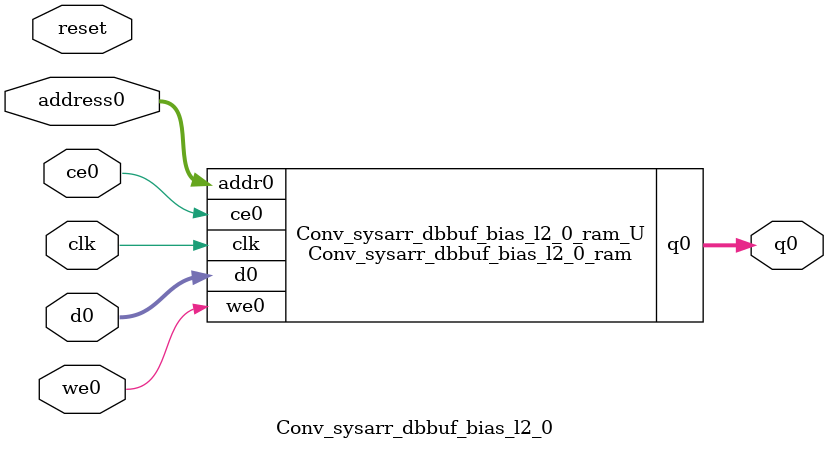
<source format=v>
`timescale 1 ns / 1 ps
module Conv_sysarr_dbbuf_bias_l2_0_ram (addr0, ce0, d0, we0, q0,  clk);

parameter DWIDTH = 8;
parameter AWIDTH = 9;
parameter MEM_SIZE = 512;

input[AWIDTH-1:0] addr0;
input ce0;
input[DWIDTH-1:0] d0;
input we0;
output reg[DWIDTH-1:0] q0;
input clk;

(* ram_style = "block" *)reg [DWIDTH-1:0] ram[0:MEM_SIZE-1];




always @(posedge clk)  
begin 
    if (ce0) begin
        if (we0) 
            ram[addr0] <= d0; 
        q0 <= ram[addr0];
    end
end


endmodule

`timescale 1 ns / 1 ps
module Conv_sysarr_dbbuf_bias_l2_0(
    reset,
    clk,
    address0,
    ce0,
    we0,
    d0,
    q0);

parameter DataWidth = 32'd8;
parameter AddressRange = 32'd512;
parameter AddressWidth = 32'd9;
input reset;
input clk;
input[AddressWidth - 1:0] address0;
input ce0;
input we0;
input[DataWidth - 1:0] d0;
output[DataWidth - 1:0] q0;



Conv_sysarr_dbbuf_bias_l2_0_ram Conv_sysarr_dbbuf_bias_l2_0_ram_U(
    .clk( clk ),
    .addr0( address0 ),
    .ce0( ce0 ),
    .we0( we0 ),
    .d0( d0 ),
    .q0( q0 ));

endmodule


</source>
